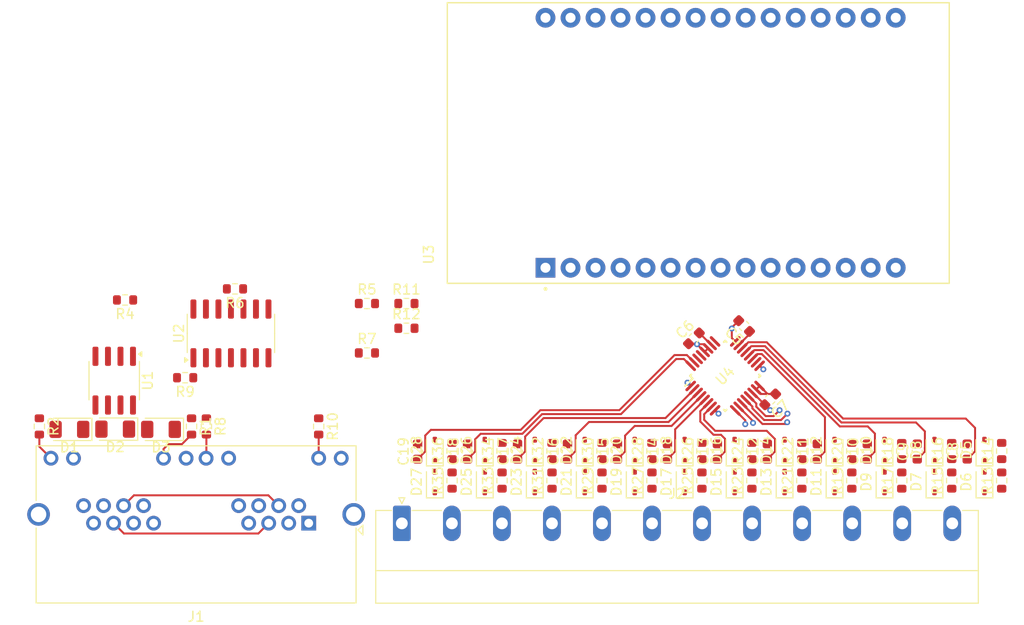
<source format=kicad_pcb>
(kicad_pcb (version 20240108) (generator "pcbnew") (generator_version "8.0")
  (layers (0 "F.Cu" signal) (31 "B.Cu" signal) (34 "B.Paste" user) (35 "F.Paste" user) (36 "B.SilkS" user "B.Silkscreen") (37 "F.SilkS" user "F.Silkscreen") (38 "B.Mask" user) (39 "F.Mask" user) (44 "Edge.Cuts" user))
  (net 0 "")
  (net 1 "Net-(U4-REFOUT)")
  (net 2 "Net-(U4-AVDD)")
  (net 3 "Net-(U4-DVDD)")
  (net 4 "TXLED")
  (net 5 "+3.3V")
  (net 6 "Net-(D1-A2)")
  (net 7 "Net-(D1-A1)")
  (net 8 "Net-(D2-A1)")
  (net 9 "Net-(J1-Pad22)")
  (net 10 "+5V")
  (net 11 "Net-(J1-Pad24)")
  (net 12 "RXLED")
  (net 13 "Net-(D4-K)")
  (net 14 "Net-(U1-DE)")
  (net 15 "Net-(U1-RO)")
  (net 16 "RX")
  (net 17 "Net-(R8-Pad1)")
  (net 18 "Net-(U2-Pad3)")
  (net 19 "Net-(D4-A)")
  (net 20 "Net-(R10-Pad1)")
  (net 21 "Net-(R11-Pad2)")
  (net 23 "nRST")
  (net 24 "INT")
  (net 25 "CH7")
  (net 26 "CH5")
  (net 27 "CH4")
  (net 28 "CS")
  (net 29 "CH12")
  (net 30 "MOSI")
  (net 31 "CH6")
  (net 32 "CH2")
  (net 33 "CH11")
  (net 35 "SCK")
  (net 36 "CH3")
  (net 37 "MISO")
  (net 38 "CH9")
  (net 39 "CH1")
  (net 40 "CH8")
  (net 41 "CH10")
  (net 43 "TX")
  (net 44 "A1")
  (net 45 "A12")
  (net 46 "A11")
  (net 47 "A10")
  (net 48 "A9")
  (net 49 "A8")
  (net 50 "A7")
  (net 51 "A6")
  (net 52 "A5")
  (net 53 "A4")
  (net 54 "A3")
  (net 55 "A2")
  (net 74 "OK")
  (footprint "Capacitor_SMD:C_0603_1608Metric" (layer "F.Cu") (at 205.881816 129.5 90)
    (property "Reference" "C11")
    (property "Value" "100n")
  )
  (footprint "Diode_SMD:D_SOD-323" (layer "F.Cu") (at 177.195454 132.6 90)
    (property "Reference" "D23")
    (property "Value" "1N4148")
  )
  (footprint "Resistor_SMD:R_0603_1608Metric" (layer "F.Cu") (at 142.35 126.95 -90)
    (property "Reference" "R1")
    (property "Value" "470R")
  )
  (footprint "Diode_SMD:D_SOD-323" (layer "F.Cu") (at 202.559089 129.35 90)
    (property "Reference" "D14")
    (property "Value" "1N4148")
  )
  (footprint "Resistor_SMD:R_0603_1608Metric" (layer "F.Cu") (at 173.872727 132.45 90)
    (property "Reference" "R33")
    (property "Value" "4K7")
  )
  (footprint "Diode_SMD:D_SOD-323" (layer "F.Cu") (at 182.268181 132.6 90)
    (property "Reference" "D21")
    (property "Value" "1N4148")
  )
  (footprint "Resistor_SMD:R_0603_1608Metric" (layer "F.Cu") (at 194.163635 129.45 90)
    (property "Reference" "R26")
    (property "Value" "4K7")
  )
  (footprint "Resistor_SMD:R_0603_1608Metric" (layer "F.Cu") (at 146.76 112.975 180)
    (property "Reference" "R6")
    (property "Value" "56K")
  )
  (footprint "Diode_SMD:D_SOD-323" (layer "F.Cu") (at 182.268181 129.35 90)
    (property "Reference" "D22")
    (property "Value" "1N4148")
  )
  (footprint "Resistor_SMD:R_0603_1608Metric" (layer "F.Cu") (at 204.309089 132.45 90)
    (property "Reference" "R21")
    (property "Value" "4K7")
  )
  (footprint "Diode_SMD:D_SOD-323" (layer "F.Cu") (at 217.77727 129.35 90)
    (property "Reference" "D8")
    (property "Value" "1N4148")
  )
  (footprint "Resistor_SMD:R_0603_1608Metric" (layer "F.Cu") (at 178.945454 129.45 90)
    (property "Reference" "R32")
    (property "Value" "4K7")
  )
  (footprint "Diode_SMD:D_SOD-323" (layer "F.Cu") (at 207.631816 132.6 90)
    (property "Reference" "D11")
    (property "Value" "1N4148")
  )
  (footprint "Package_SO:SOIC-8_3.9x4.9mm_P1.27mm" (layer "F.Cu") (at 134.5 122.3 -90)
    (property "Reference" "U1")
    (property "Value" "MAX485E")
  )
  (footprint "Diode_SMD:D_1206_3216Metric" (layer "F.Cu") (at 129.95 127.25 180)
    (property "Reference" "D1")
    (property "Value" "D_TVS")
  )
  (footprint "Diode_SMD:D_SOD-323" (layer "F.Cu") (at 207.631816 129.35 90)
    (property "Reference" "D12")
    (property "Value" "1N4148")
  )
  (footprint "Resistor_SMD:R_0603_1608Metric" (layer "F.Cu") (at 189.090908 132.45 90)
    (property "Reference" "R27")
    (property "Value" "4K7")
  )
  (footprint "Resistor_SMD:R_0603_1608Metric" (layer "F.Cu") (at 209.381816 132.45 90)
    (property "Reference" "R19")
    (property "Value" "4K7")
  )
  (footprint "Capacitor_SMD:C_0603_1608Metric" (layer "F.Cu") (at 170.372727 129.5 90)
    (property "Reference" "C18")
    (property "Value" "100n")
  )
  (footprint "Resistor_SMD:R_0603_1608Metric" (layer "F.Cu") (at 199.236362 132.45 90)
    (property "Reference" "R23")
    (property "Value" "4K7")
  )
  (footprint "Connector_Phoenix_MC_HighVoltage:PhoenixContact_MC_1,5_12-G-5.08_1x12_P5.08mm_Horizontal" (layer "F.Cu") (at 163.7 136.8)
    (property "Reference" "J2")
    (property "Value" "Conn_01x13_Socket")
  )
  (footprint "Resistor_SMD:R_0603_1608Metric" (layer "F.Cu") (at 214.454543 129.45 90)
    (property "Reference" "R18")
    (property "Value" "4K7")
  )
  (footprint "Diode_SMD:D_SOD-323" (layer "F.Cu") (at 192.413635 132.6 90)
    (property "Reference" "D17")
    (property "Value" "1N4148")
  )
  (footprint "Resistor_SMD:R_0603_1608Metric" (layer "F.Cu") (at 155.258001 126.95 -90)
    (property "Reference" "R10")
    (property "Value" "470R")
  )
  (footprint "Package_SO:SOIC-14_3.9x8.7mm_P1.27mm" (layer "F.Cu") (at 146.35 117.5 90)
    (property "Reference" "U2")
    (property "Value" "74HC14")
  )
  (footprint "Resistor_SMD:R_0603_1608Metric" (layer "F.Cu") (at 173.872727 129.45 90)
    (property "Reference" "R34")
    (property "Value" "4K7")
  )
  (footprint "Diode_SMD:D_SOD-323" (layer "F.Cu") (at 197.486362 132.6 90)
    (property "Reference" "D15")
    (property "Value" "1N4148")
  )
  (footprint "Capacitor_SMD:C_0603_1608Metric" (layer "F.Cu") (at 190.663635 129.5 90)
    (property "Reference" "C14")
    (property "Value" "100n")
  )
  (footprint "Resistor_SMD:R_0603_1608Metric" (layer "F.Cu") (at 189.090908 129.45 90)
    (property "Reference" "R28")
    (property "Value" "4K7")
  )
  (footprint "Resistor_SMD:R_0603_1608Metric" (layer "F.Cu") (at 184.018181 132.45 90)
    (property "Reference" "R29")
    (property "Value" "4K7")
  )
  (footprint "Diode_SMD:D_SOD-323" (layer "F.Cu") (at 217.77727 132.6 90)
    (property "Reference" "D7")
    (property "Value" "1N4148")
  )
  (footprint "Resistor_SMD:R_0603_1608Metric" (layer "F.Cu") (at 194.163635 132.45 90)
    (property "Reference" "R25")
    (property "Value" "4K7")
  )
  (footprint "Diode_SMD:D_SOD-323" (layer "F.Cu") (at 167.05 129.35 90)
    (property "Reference" "D28")
    (property "Value" "1N4148")
  )
  (footprint "Diode_SMD:D_SOD-323" (layer "F.Cu") (at 212.704543 129.35 90)
    (property "Reference" "D10")
    (property "Value" "1N4148")
  )
  (footprint "Capacitor_SMD:C_0603_1608Metric" (layer "F.Cu") (at 210.954543 129.5 90)
    (property "Reference" "C10")
    (property "Value" "100n")
  )
  (footprint "Diode_SMD:D_SOD-323" (layer "F.Cu") (at 187.340908 129.35 90)
    (property "Reference" "D20")
    (property "Value" "1N4148")
  )
  (footprint "Diode_SMD:D_SOD-323" (layer "F.Cu") (at 212.704543 132.6 90)
    (property "Reference" "D9")
    (property "Value" "1N4148")
  )
  (footprint "Diode_SMD:D_SOD-323" (layer "F.Cu") (at 202.559089 132.6 90)
    (property "Reference" "D13")
    (property "Value" "1N4148")
  )
  (footprint "Diode_SMD:D_SOD-323" (layer "F.Cu") (at 197.486362 129.35 90)
    (property "Reference" "D16")
    (property "Value" "1N4148")
  )
  (footprint "footprints:PBS0032A_N" (layer "F.Cu") (at 196.524697 121.814036 45)
    (property "Reference" "U4")
    (property "Value" "ADS114S08BIPBSR")
  )
  (footprint "Capacitor_SMD:C_0603_1608Metric" (layer "F.Cu") (at 221.099997 129.5 90)
    (property "Reference" "C8")
    (property "Value" "100n")
  )
  (footprint "Connector_RJ:RJ45_Amphenol_RJHSE538X-02" (layer "F.Cu") (at 154.248 136.78 180)
    (property "Reference" "J1")
    (property "Value" "8P8C_LED_Shielded_x2")
  )
  (footprint "Capacitor_SMD:C_0603_1608Metric" (layer "F.Cu") (at 200.809089 129.5 90)
    (property "Reference" "C12")
    (property "Value" "100n")
  )
  (footprint "Resistor_SMD:R_0603_1608Metric" (layer "F.Cu") (at 178.945454 132.45 90)
    (property "Reference" "R31")
    (property "Value" "4K7")
  )
  (footprint "Resistor_SMD:R_0603_1608Metric" (layer "F.Cu") (at 209.381816 129.45 90)
    (property "Reference" "R20")
    (property "Value" "4K7")
  )
  (footprint "Resistor_SMD:R_0603_1608Metric" (layer "F.Cu") (at 135.6 114.1 180)
    (property "Reference" "R4")
    (property "Value" "4K7")
  )
  (footprint "Capacitor_SMD:C_0603_1608Metric" (layer "F.Cu") (at 198.45 116.75 135)
    (property "Reference" "C5")
    (property "Value" "1u")
  )
  (footprint "Resistor_SMD:R_0603_1608Metric" (layer "F.Cu") (at 204.309089 129.45 90)
    (property "Reference" "R22")
    (property "Value" "4K7")
  )
  (footprint "Diode_SMD:D_SOD-323" (layer "F.Cu") (at 172.122727 132.6 90)
    (property "Reference" "D25")
    (property "Value" "1N4148")
  )
  (footprint "Resistor_SMD:R_0603_1608Metric" (layer "F.Cu") (at 160.155 119.485)
    (property "Reference" "R7")
    (property "Value" "4K7")
  )
  (footprint "footprints:MODULE_ESP32_DEVKIT_V1" (layer "F.Cu") (at 193.8 98.1275 90)
    (property "Reference" "U3")
    (property "Value" "ESP32-DEVKIT-V1")
  )
  (footprint "Resistor_SMD:R_0603_1608Metric" (layer "F.Cu") (at 126.9 126.95 -90)
    (property "Reference" "R2")
    (property "Value" "330R")
  )
  (footprint "Diode_SMD:D_1206_3216Metric" (layer "F.Cu") (at 139.25 127.25 180)
    (property "Reference" "D3")
    (property "Value" "D_TVS")
  )
  (footprint "Diode_SMD:D_SOD-323" (layer "F.Cu") (at 187.340908 132.6 90)
    (property "Reference" "D19")
    (property "Value" "1N4148")
  )
  (footprint "Resistor_SMD:R_0603_1608Metric" (layer "F.Cu") (at 160.155 114.465)
    (property "Reference" "R5")
    (property "Value" "4K7")
  )
  (footprint "Capacitor_SMD:C_0603_1608Metric" (layer "F.Cu") (at 193.35 118 -135)
    (property "Reference" "C6")
    (property "Value" "100n")
  )
  (footprint "Capacitor_SMD:C_0603_1608Metric" (layer "F.Cu") (at 201.1 124.2 -135)
    (property "Reference" "C7")
    (property "Value" "100n")
  )
  (footprint "Capacitor_SMD:C_0603_1608Metric" (layer "F.Cu") (at 216.02727 129.5 90)
    (property "Reference" "C9")
    (property "Value" "100n")
  )
  (footprint "Diode_SMD:D_SOD-323" (layer "F.Cu") (at 222.849997 132.6 90)
    (property "Reference" "D6")
    (property "Value" "1N4148")
  )
  (footprint "Resistor_SMD:R_0603_1608Metric" (layer "F.Cu") (at 224.599997 129.45 90)
    (property "Reference" "R14")
    (property "Value" "4K7")
  )
  (footprint "Resistor_SMD:R_0603_1608Metric" (layer "F.Cu") (at 199.236362 129.45 90)
    (property "Reference" "R24")
    (property "Value" "4K7")
  )
  (footprint "Capacitor_SMD:C_0603_1608Metric" (layer "F.Cu") (at 195.736362 129.5 90)
    (property "Reference" "C13")
    (property "Value" "100n")
  )
  (footprint "Diode_SMD:D_1206_3216Metric" (layer "F.Cu") (at 134.6 127.225 180)
    (property "Reference" "D2")
    (property "Value" "Diode_SMD:D_1206_3216Metric")
  )
  (footprint "Diode_SMD:D_SOD-323" (layer "F.Cu") (at 177.195454 129.35 90)
    (property "Reference" "D24")
    (property "Value" "1N4148")
  )
  (footprint "Resistor_SMD:R_0603_1608Metric" (layer "F.Cu") (at 214.454543 132.45 90)
    (property "Reference" "R17")
    (property "Value" "4K7")
  )
  (footprint "Resistor_SMD:R_0603_1608Metric" (layer "F.Cu") (at 168.8 132.45 90)
    (property "Reference" "R35")
    (property "Value" "4K7")
  )
  (footprint "Capacitor_SMD:C_0603_1608Metric" (layer "F.Cu") (at 165.3 129.5 90)
    (property "Reference" "C19")
    (property "Value" "100n")
  )
  (footprint "Diode_SMD:D_SOD-323" (layer "F.Cu") (at 192.413635 129.35 90)
    (property "Reference" "D18")
    (property "Value" "1N4148")
  )
  (footprint "Diode_SMD:D_SOD-323" (layer "F.Cu") (at 167.05 132.6 90)
    (property "Reference" "D27")
    (property "Value" "1N4148")
  )
  (footprint "Resistor_SMD:R_0603_1608Metric" (layer "F.Cu") (at 143.858 126.95 -90)
    (property "Reference" "R8")
    (property "Value" "470R")
  )
  (footprint "Resistor_SMD:R_0603_1608Metric" (layer "F.Cu") (at 168.8 129.45 90)
    (property "Reference" "R36")
    (property "Value" "4K7")
  )
  (footprint "Resistor_SMD:R_0603_1608Metric" (layer "F.Cu") (at 164.165 114.465)
    (property "Reference" "R11")
    (property "Value" "2K4")
  )
  (footprint "Resistor_SMD:R_0603_1608Metric" (layer "F.Cu") (at 164.165 116.975)
    (property "Reference" "R12")
    (property "Value" "4K7")
  )
  (footprint "Capacitor_SMD:C_0603_1608Metric" (layer "F.Cu") (at 175.445454 129.5 90)
    (property "Reference" "C17")
    (property "Value" "100n")
  )
  (footprint "Resistor_SMD:R_0603_1608Metric" (layer "F.Cu") (at 219.52727 129.45 90)
    (property "Reference" "R16")
    (property "Value" "4K7")
  )
  (footprint "Resistor_SMD:R_0603_1608Metric" (layer "F.Cu") (at 141.7 122 180)
    (property "Reference" "R9")
    (property "Value" "4K7")
  )
  (footprint "Resistor_SMD:R_0603_1608Metric" (layer "F.Cu") (at 184.018181 129.45 90)
    (property "Reference" "R30")
    (property "Value" "4K7")
  )
  (footprint "Resistor_SMD:R_0603_1608Metric" (layer "F.Cu") (at 219.52727 132.45 90)
    (property "Reference" "R15")
    (property "Value" "4K7")
  )
  (footprint "Capacitor_SMD:C_0603_1608Metric" (layer "F.Cu") (at 180.518181 129.5 90)
    (property "Reference" "C16")
    (property "Value" "100n")
  )
  (footprint "Diode_SMD:D_SOD-323" (layer "F.Cu") (at 172.122727 129.35 90)
    (property "Reference" "D26")
    (property "Value" "1N4148")
  )
  (footprint "Resistor_SMD:R_0603_1608Metric" (layer "F.Cu") (at 224.599997 132.45 90)
    (property "Reference" "R13")
    (property "Value" "4K7")
  )
  (footprint "Diode_SMD:D_SOD-323" (layer "F.Cu") (at 222.849997 129.35 90)
    (property "Reference" "D5")
    (property "Value" "1N4148")
  )
  (footprint "Capacitor_SMD:C_0603_1608Metric" (layer "F.Cu") (at 185.590908 129.5 90)
    (property "Reference" "C15")
    (property "Value" "100n")
  )
  (segment (start 197.903555 118.667412) (end 198.998008 117.572959) (width 0.2) (layer "F.Cu") (net 1))
  (segment (start 198.998008 117.572959) (end 198.998008 117.298008) (width 0.2) (layer "F.Cu") (net 1))
  (segment (start 195.145838 118.66741) (end 195.113426 118.66741) (width 0.2) (layer "F.Cu") (net 2))
  (segment (start 195.113426 118.66741) (end 193.898008 117.451992) (width 0.2) (layer "F.Cu") (net 2))
  (segment (start 200.837525 123.651992) (end 200.024874 122.839341) (width 0.2) (layer "F.Cu") (net 3))
  (segment (start 201.648008 123.651992) (end 200.837525 123.651992) (width 0.2) (layer "F.Cu") (net 3))
  (segment (start 200.130419 123.651992) (end 199.671321 123.192894) (width 0.2) (layer "F.Cu") (net 3))
  (segment (start 200.837525 123.651992) (end 200.130419 123.651992) (width 0.2) (layer "F.Cu") (net 3))
  (segment (start 199.671321 123.192894) (end 200.024874 122.839341) (width 0.2) (layer "F.Cu") (net 3))
  (segment (start 155.258001 130.179999) (end 155.258 130.18) (width 0.2) (layer "F.Cu") (net 4))
  (segment (start 155.258001 127.775) (end 155.258001 130.179999) (width 0.2) (layer "F.Cu") (net 4))
  (segment (start 135.45 135) (end 136.500001 133.949999) (width 0.2) (layer "F.Cu") (net 7))
  (segment (start 136.500001 133.949999) (end 150.15 133.949999) (width 0.2) (layer "F.Cu") (net 7))
  (segment (start 150.15 133.949999) (end 151.2 134.999999) (width 0.2) (layer "F.Cu") (net 7))
  (segment (start 149.134 137.83) (end 150.184 136.78) (width 0.2) (layer "F.Cu") (net 8))
  (segment (start 135.484 137.83) (end 149.134 137.83) (width 0.2) (layer "F.Cu") (net 8))
  (segment (start 134.434 136.78) (end 135.484 137.83) (width 0.2) (layer "F.Cu") (net 8))
  (segment (start 139.508 129.242) (end 139.508 130.18) (width 0.2) (layer "F.Cu") (net 9))
  (segment (start 142.35 127.775) (end 141.375 128.75) (width 0.2) (layer "F.Cu") (net 9))
  (segment (start 141.375 128.75) (end 140 128.75) (width 0.2) (layer "F.Cu") (net 9))
  (segment (start 140 128.75) (end 139.508 129.242) (width 0.2) (layer "F.Cu") (net 9))
  (segment (start 126.9 129.002) (end 128.078 130.18) (width 0.2) (layer "F.Cu") (net 11))
  (segment (start 126.9 127.775) (end 126.9 129.002) (width 0.2) (layer "F.Cu") (net 11))
  (segment (start 143.858 127.775) (end 143.858 130.15) (width 0.2) (layer "F.Cu") (net 12))
  (segment (start 143.858 130.15) (end 143.828 130.18) (width 0.2) (layer "F.Cu") (net 12))
  (segment (start 199.686708 124.943384) (end 200.643324 125.9) (width 0.2) (layer "F.Cu") (net 24))
  (segment (start 201.45 125.9) (end 202.05 125.3) (width 0.2) (layer "F.Cu") (net 24))
  (segment (start 198.964215 123.9) (end 199.686708 124.622493) (width 0.2) (layer "F.Cu") (net 24))
  (segment (start 200.643324 125.9) (end 201.45 125.9) (width 0.2) (layer "F.Cu") (net 24))
  (segment (start 199.686708 124.622493) (end 199.686708 124.943384) (width 0.2) (layer "F.Cu") (net 24))
  (via (at 202.05 125.3) (size 0.6) (drill 0.3) (layers "F.Cu" "B.Cu") (net 24))
  (segment (start 195.35 127.8) (end 194 126.45) (width 0.2) (layer "F.Cu") (net 25))
  (segment (start 196.511362 128.211362) (end 196.1 127.8) (width 0.2) (layer "F.Cu") (net 25))
  (segment (start 194 126.45) (end 194 125.39939) (width 0.2) (layer "F.Cu") (net 25))
  (segment (start 195.736362 130.275) (end 196.511362 129.5) (width 0.2) (layer "F.Cu") (net 25))
  (segment (start 196.1 127.8) (end 195.35 127.8) (width 0.2) (layer "F.Cu") (net 25))
  (segment (start 196.511362 129.5) (end 196.511362 128.211362) (width 0.2) (layer "F.Cu") (net 25))
  (segment (start 194 125.39939) (end 194.792283 124.607107) (width 0.2) (layer "F.Cu") (net 25))
  (segment (start 187.35 126.9) (end 191.085176 126.9) (width 0.2) (layer "F.Cu") (net 26))
  (segment (start 186.365908 129.5) (end 186.365908 127.884092) (width 0.2) (layer "F.Cu") (net 26))
  (segment (start 186.365908 127.884092) (end 187.35 126.9) (width 0.2) (layer "F.Cu") (net 26))
  (segment (start 185.590908 130.275) (end 186.365908 129.5) (width 0.2) (layer "F.Cu") (net 26))
  (segment (start 191.085176 126.9) (end 194.085176 123.9) (width 0.2) (layer "F.Cu") (net 26))
  (segment (start 182.7 126.5) (end 190.778072 126.5) (width 0.2) (layer "F.Cu") (net 27))
  (segment (start 180.518181 130.275) (end 181.35 129.443181) (width 0.2) (layer "F.Cu") (net 27))
  (segment (start 181.35 129.443181) (end 181.35 127.85) (width 0.2) (layer "F.Cu") (net 27))
  (segment (start 181.35 127.85) (end 182.7 126.5) (width 0.2) (layer "F.Cu") (net 27))
  (segment (start 190.778072 126.5) (end 193.731624 123.546448) (width 0.2) (layer "F.Cu") (net 27))
  (segment (start 197.55 125.314215) (end 198.567066 126.331281) (width 0.2) (layer "F.Cu") (net 28))
  (segment (start 198.567066 126.331281) (end 198.567066 126.721601) (width 0.2) (layer "F.Cu") (net 28))
  (via (at 198.567066 126.721601) (size 0.6) (drill 0.3) (layers "F.Cu" "B.Cu") (net 28))
  (segment (start 221.9 129.474997) (end 221.099997 130.275) (width 0.2) (layer "F.Cu") (net 29))
  (segment (start 221.9 127.1) (end 221.9 129.474997) (width 0.2) (layer "F.Cu") (net 29))
  (segment (start 198.257107 119.020964) (end 198.881802 118.396269) (width 0.2) (layer "F.Cu") (net 29))
  (segment (start 208.497415 126.15) (end 220.95 126.15) (width 0.2) (layer "F.Cu") (net 29))
  (segment (start 200.743684 118.396269) (end 208.497415 126.15) (width 0.2) (layer "F.Cu") (net 29))
  (segment (start 198.881802 118.396269) (end 200.743684 118.396269) (width 0.2) (layer "F.Cu") (net 29))
  (segment (start 220.95 126.15) (end 221.9 127.1) (width 0.2) (layer "F.Cu") (net 29))
  (segment (start 197.903555 124.96066) (end 199.356711 126.413816) (width 0.2) (layer "F.Cu") (net 30))
  (segment (start 199.356711 126.413816) (end 199.356711 126.593289) (width 0.2) (layer "F.Cu") (net 30))
  (via (at 199.356711 126.593289) (size 0.6) (drill 0.3) (layers "F.Cu" "B.Cu") (net 30))
  (segment (start 191.45 127.242286) (end 194.438731 124.253555) (width 0.2) (layer "F.Cu") (net 31))
  (segment (start 191.45 129.488635) (end 191.45 127.242286) (width 0.2) (layer "F.Cu") (net 31))
  (segment (start 190.663635 130.275) (end 191.45 129.488635) (width 0.2) (layer "F.Cu") (net 31))
  (segment (start 171.15 129.497727) (end 171.15 128.25) (width 0.2) (layer "F.Cu") (net 32))
  (segment (start 185.95 125.7) (end 191.55 120.1) (width 0.2) (layer "F.Cu") (net 32))
  (segment (start 170.372727 130.275) (end 171.15 129.497727) (width 0.2) (layer "F.Cu") (net 32))
  (segment (start 171.7 127.7) (end 175.934314 127.7) (width 0.2) (layer "F.Cu") (net 32))
  (segment (start 191.55 120.1) (end 192.335784 120.1) (width 0.2) (layer "F.Cu") (net 32))
  (segment (start 175.934314 127.7) (end 177.934314 125.7) (width 0.2) (layer "F.Cu") (net 32))
  (segment (start 177.934314 125.7) (end 185.95 125.7) (width 0.2) (layer "F.Cu") (net 32))
  (segment (start 192.335784 120.1) (end 193.024516 120.788732) (width 0.2) (layer "F.Cu") (net 32))
  (segment (start 171.15 128.25) (end 171.7 127.7) (width 0.2) (layer "F.Cu") (net 32))
  (segment (start 216.8 129.50227) (end 216.02727 130.275) (width 0.2) (layer "F.Cu") (net 33))
  (segment (start 216.80227 129.14773) (end 216.8 129.15) (width 0.2) (layer "F.Cu") (net 33))
  (segment (start 199.188908 118.796269) (end 200.577998 118.796269) (width 0.2) (layer "F.Cu") (net 33))
  (segment (start 200.577998 118.796269) (end 208.331729 126.55) (width 0.2) (layer "F.Cu") (net 33))
  (segment (start 216.8 129.15) (end 216.8 129.50227) (width 0.2) (layer "F.Cu") (net 33))
  (segment (start 208.331729 126.55) (end 215.9 126.55) (width 0.2) (layer "F.Cu") (net 33))
  (segment (start 215.9 126.55) (end 216.80227 127.45227) (width 0.2) (layer "F.Cu") (net 33))
  (segment (start 216.80227 127.45227) (end 216.80227 129.14773) (width 0.2) (layer "F.Cu") (net 33))
  (segment (start 198.61066 119.374517) (end 199.188908 118.796269) (width 0.2) (layer "F.Cu") (net 33))
  (segment (start 198.257107 124.645154) (end 198.886708 125.274756) (width 0.2) (layer "F.Cu") (net 35))
  (segment (start 198.257107 124.607108) (end 198.257107 124.645154) (width 0.2) (layer "F.Cu") (net 35))
  (segment (start 202.64853 126.7) (end 202.824265 126.524265) (width 0.2) (layer "F.Cu") (net 35))
  (segment (start 200.311952 126.7) (end 202.64853 126.7) (width 0.2) (layer "F.Cu") (net 35))
  (segment (start 198.886708 125.274756) (end 200.311952 126.7) (width 0.2) (layer "F.Cu") (net 35))
  (via (at 202.824265 126.524265) (size 0.6) (drill 0.3) (layers "F.Cu" "B.Cu") (net 35))
  (segment (start 178.1 126.1) (end 190.470966 126.1) (width 0.2) (layer "F.Cu") (net 36))
  (segment (start 190.470966 126.1) (end 193.378071 123.192895) (width 0.2) (layer "F.Cu") (net 36))
  (segment (start 176.220454 127.979546) (end 178.1 126.1) (width 0.2) (layer "F.Cu") (net 36))
  (segment (start 176.220454 129.5) (end 176.220454 127.979546) (width 0.2) (layer "F.Cu") (net 36))
  (segment (start 175.445454 130.275) (end 176.220454 129.5) (width 0.2) (layer "F.Cu") (net 36))
  (segment (start 199.286708 125.10907) (end 200.477638 126.3) (width 0.2) (layer "F.Cu") (net 37))
  (segment (start 199.286708 124.929603) (end 199.286708 125.10907) (width 0.2) (layer "F.Cu") (net 37))
  (segment (start 200.477638 126.3) (end 202.2 126.3) (width 0.2) (layer "F.Cu") (net 37))
  (segment (start 198.61066 124.253555) (end 199.286708 124.929603) (width 0.2) (layer "F.Cu") (net 37))
  (segment (start 202.2 126.3) (end 202.85 125.65) (width 0.2) (layer "F.Cu") (net 37))
  (via (at 202.85 125.65) (size 0.6) (drill 0.3) (layers "F.Cu" "B.Cu") (net 37))
  (segment (start 206.656816 126.006459) (end 206.656816 129.5) (width 0.2) (layer "F.Cu") (net 38))
  (segment (start 199.803122 119.596269) (end 200.246626 119.596269) (width 0.2) (layer "F.Cu") (net 38))
  (segment (start 199.317767 120.081624) (end 199.803122 119.596269) (width 0.2) (layer "F.Cu") (net 38))
  (segment (start 200.246626 119.596269) (end 206.656816 126.006459) (width 0.2) (layer "F.Cu") (net 38))
  (segment (start 206.656816 129.5) (end 205.881816 130.275) (width 0.2) (layer "F.Cu") (net 38))
  (segment (start 177.768628 125.3) (end 185.784314 125.3) (width 0.2) (layer "F.Cu") (net 39))
  (segment (start 165.3 130.275) (end 166.075 129.5) (width 0.2) (layer "F.Cu") (net 39))
  (segment (start 191.384314 119.7) (end 192.642894 119.7) (width 0.2) (layer "F.Cu") (net 39))
  (segment (start 166.075 127.875) (end 166.65 127.3) (width 0.2) (layer "F.Cu") (net 39))
  (segment (start 185.784314 125.3) (end 191.384314 119.7) (width 0.2) (layer "F.Cu") (net 39))
  (segment (start 166.65 127.3) (end 175.768628 127.3) (width 0.2) (layer "F.Cu") (net 39))
  (segment (start 192.642894 119.7) (end 193.378071 120.435177) (width 0.2) (layer "F.Cu") (net 39))
  (segment (start 175.768628 127.3) (end 177.768628 125.3) (width 0.2) (layer "F.Cu") (net 39))
  (segment (start 166.075 129.5) (end 166.075 127.875) (width 0.2) (layer "F.Cu") (net 39))
  (segment (start 200.75 127.4) (end 195.515686 127.4) (width 0.2) (layer "F.Cu") (net 40))
  (segment (start 194.4 125.7065) (end 195.145838 124.960662) (width 0.2) (layer "F.Cu") (net 40))
  (segment (start 200.809089 130.275) (end 201.584089 129.5) (width 0.2) (layer "F.Cu") (net 40))
  (segment (start 201.584089 129.5) (end 201.584089 128.234089) (width 0.2) (layer "F.Cu") (net 40))
  (segment (start 201.584089 128.234089) (end 200.75 127.4) (width 0.2) (layer "F.Cu") (net 40))
  (segment (start 195.515686 127.4) (end 194.4 126.284314) (width 0.2) (layer "F.Cu") (net 40))
  (segment (start 194.4 126.284314) (end 194.4 125.7065) (width 0.2) (layer "F.Cu") (net 40))
  (segment (start 211.729543 127.679543) (end 211.729543 129.5) (width 0.2) (layer "F.Cu") (net 41))
  (segment (start 211 126.95) (end 211.729543 127.679543) (width 0.2) (layer "F.Cu") (net 41))
  (segment (start 211.729543 129.5) (end 210.954543 130.275) (width 0.2) (layer "F.Cu") (net 41))
  (segment (start 198.964215 119.728072) (end 199.496018 119.196269) (width 0.2) (layer "F.Cu") (net 41))
  (segment (start 199.496018 119.196269) (end 200.412312 119.196269) (width 0.2) (layer "F.Cu") (net 41))
  (segment (start 208.166043 126.95) (end 211 126.95) (width 0.2) (layer "F.Cu") (net 41))
  (segment (start 200.412312 119.196269) (end 208.166043 126.95) (width 0.2) (layer "F.Cu") (net 41))
  (segment (start 194.438731 119.374517) (end 194.792283 119.020965) (width 0.2) (layer "F.Cu") (net 74))
  (segment (start 200.551992 124.748008) (end 200.551992 124.751992) (width 0.2) (layer "F.Cu") (net 74))
  (segment (start 193.664214 118.6) (end 193.612222 118.548008) (width 0.2) (layer "F.Cu") (net 74))
  (segment (start 194.371318 118.6) (end 194.792283 119.020965) (width 0.2) (layer "F.Cu") (net 74))
  (segment (start 193.664214 118.6) (end 194.371318 118.6) (width 0.2) (layer "F.Cu") (net 74))
  (segment (start 199.317767 123.546448) (end 199.296448 123.546448) (width 0.2) (layer "F.Cu") (net 74))
  (segment (start 197.2 117) (end 197.2 116.903984) (width 0.2) (layer "F.Cu") (net 74))
  (segment (start 200.024874 120.788731) (end 200.038731 120.788731) (width 0.2) (layer "F.Cu") (net 74))
  (segment (start 199.350432 123.546448) (end 200.551992 124.748008) (width 0.2) (layer "F.Cu") (net 74))
  (segment (start 193.664214 118.6) (end 194.438731 119.374517) (width 0.2) (layer "F.Cu") (net 74))
  (segment (start 197.2 117.963857) (end 197.55 118.313857) (width 0.2) (layer "F.Cu") (net 74))
  (segment (start 197.2 117) (end 197.2 117.963857) (width 0.2) (layer "F.Cu") (net 74))
  (segment (start 199.317767 123.546448) (end 199.350432 123.546448) (width 0.2) (layer "F.Cu") (net 74))
  (segment (start 200.551992 124.751992) (end 201.1 125.3) (width 0.2) (layer "F.Cu") (net 74))
  (segment (start 193.612222 118.548008) (end 192.801992 118.548008) (width 0.2) (layer "F.Cu") (net 74))
  (segment (start 192.7 122.5) (end 193.024516 122.824516) (width 0.2) (layer "F.Cu") (net 74))
  (segment (start 195.85 125.65) (end 195.835176 125.65) (width 0.2) (layer "F.Cu") (net 74))
  (segment (start 193.024516 122.824516) (end 193.024516 122.83934) (width 0.2) (layer "F.Cu") (net 74))
  (segment (start 200.038731 120.788731) (end 200.4 121.15) (width 0.2) (layer "F.Cu") (net 74))
  (segment (start 195.835176 125.65) (end 195.499391 125.314215) (width 0.2) (layer "F.Cu") (net 74))
  (segment (start 197.2 116.903984) (end 197.901992 116.201992) (width 0.2) (layer "F.Cu") (net 74))
  (via (at 193.664214 118.6) (size 0.6) (drill 0.3) (layers "F.Cu" "B.Cu") (net 74))
  (via (at 201.1 125.3) (size 0.6) (drill 0.3) (layers "F.Cu" "B.Cu") (net 74))
  (via (at 200.4 121.15) (size 0.6) (drill 0.3) (layers "F.Cu" "B.Cu") (net 74))
  (via (at 192.7 122.5) (size 0.6) (drill 0.3) (layers "F.Cu" "B.Cu") (net 74))
  (via (at 195.85 125.65) (size 0.6) (drill 0.3) (layers "F.Cu" "B.Cu") (net 74))
  (via (at 197.2 117) (size 0.6) (drill 0.3) (layers "F.Cu" "B.Cu") (net 74))
)
</source>
